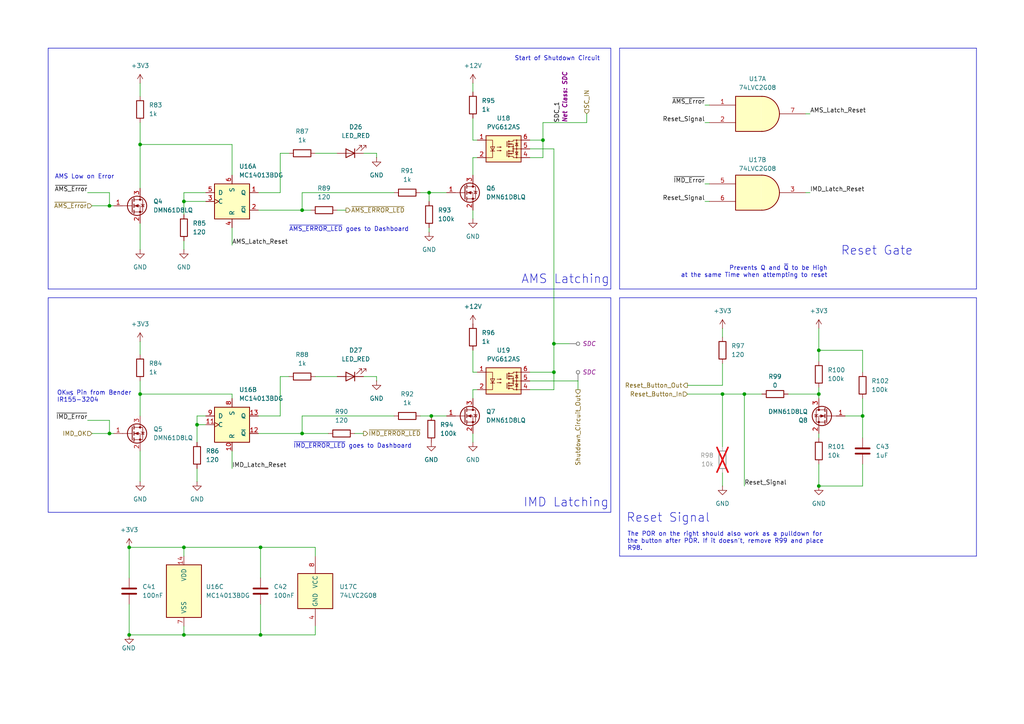
<source format=kicad_sch>
(kicad_sch (version 20231120) (generator "eeschema") (generator_version "8.0")
  (paper "A4")
  (lib_symbols
    (symbol "4xxx:4013" (pin_names (offset 1.016))
      (property "Reference" "U" (at -7.62 8.89 0))
      (property "Value" "4013" (at -7.62 -8.89 0))
      (symbol "4013_1_1"
        (rectangle (start -5.08 5.08) (end 5.08 -5.08) (stroke (width 0.254)) (fill (type background)))
        (pin output line (at 7.62 2.54 180) (length 2.54) (name "Q") (number "1"))
        (pin output line (at 7.62 -2.54 180) (length 2.54) (name "~{Q}") (number "2"))
        (pin input clock (at -7.62 0 0) (length 2.54) (name "C") (number "3"))
        (pin input line (at 0 -7.62 90) (length 2.54) (name "R") (number "4"))
        (pin input line (at -7.62 2.54 0) (length 2.54) (name "D") (number "5"))
        (pin input line (at 0 7.62 270) (length 2.54) (name "S") (number "6"))
      )
      (symbol "4013_2_1"
        (rectangle (start -5.08 5.08) (end 5.08 -5.08) (stroke (width 0.254)) (fill (type background)))
        (pin input line (at 0 -7.62 90) (length 2.54) (name "R") (number "10"))
        (pin input clock (at -7.62 0 0) (length 2.54) (name "C") (number "11"))
        (pin output line (at 7.62 -2.54 180) (length 2.54) (name "~{Q}") (number "12"))
        (pin output line (at 7.62 2.54 180) (length 2.54) (name "Q") (number "13"))
        (pin input line (at 0 7.62 270) (length 2.54) (name "S") (number "8"))
        (pin input line (at -7.62 2.54 0) (length 2.54) (name "D") (number "9"))
      )
      (symbol "4013_3_0"
        (pin power_in line (at 0 10.16 270) (length 2.54) (name "VDD") (number "14"))
        (pin power_in line (at 0 -10.16 90) (length 2.54) (name "VSS") (number "7"))
      )
      (symbol "4013_3_1"
        (rectangle (start -5.08 7.62) (end 5.08 -7.62) (stroke (width 0.254)) (fill (type background)))
      )
    )
    (symbol "74xGxx:74LVC2G08"
      (property "Reference" "U" (at -10.16 7.62 0))
      (property "Value" "74LVC2G08" (at -10.16 -7.62 0))
      (symbol "74LVC2G08_1_1"
        (arc (start 0 -5.08) (mid 5.0579 0) (end 0 5.08) (stroke (width 0.254)) (fill (type background)))
        (polyline (pts (xy 0 -5.08) (xy -7.62 -5.08) (xy -7.62 5.08) (xy 0 5.08)) (stroke (width 0.254)) (fill (type background)))
        (pin input line (at -15.24 2.54 0) (length 7.62) (name "~") (number "1"))
        (pin input line (at -15.24 -2.54 0) (length 7.62) (name "~") (number "2"))
        (pin output line (at 12.7 0 180) (length 7.62) (name "~") (number "7"))
      )
      (symbol "74LVC2G08_2_1"
        (arc (start 0 -5.08) (mid 5.0579 0) (end 0 5.08) (stroke (width 0.254)) (fill (type background)))
        (polyline (pts (xy 0 -5.08) (xy -7.62 -5.08) (xy -7.62 5.08) (xy 0 5.08)) (stroke (width 0.254)) (fill (type background)))
        (pin output line (at 12.7 0 180) (length 7.62) (name "~") (number "3"))
        (pin input line (at -15.24 2.54 0) (length 7.62) (name "~") (number "5"))
        (pin input line (at -15.24 -2.54 0) (length 7.62) (name "~") (number "6"))
      )
      (symbol "74LVC2G08_3_0"
        (rectangle (start -5.08 -5.08) (end 5.08 5.08) (stroke (width 0.254)) (fill (type background)))
      )
      (symbol "74LVC2G08_3_1"
        (pin power_in line (at 0 -10.16 90) (length 5.08) (name "GND") (number "4"))
        (pin power_in line (at 0 10.16 270) (length 5.08) (name "VCC") (number "8"))
      )
    )
    (symbol "Device:C" (pin_numbers hide) (pin_names (offset 0.254))
      (property "Reference" "C" (at 0.635 2.54 0))
      (property "Value" "C" (at 0.635 -2.54 0))
      (symbol "C_0_1"
        (polyline (pts (xy -2.032 -0.762) (xy 2.032 -0.762)) (stroke (width 0.508)))
        (polyline (pts (xy -2.032 0.762) (xy 2.032 0.762)) (stroke (width 0.508)))
      )
      (symbol "C_1_1"
        (pin passive line (at 0 3.81 270) (length 2.794) (name "~") (number "1"))
        (pin passive line (at 0 -3.81 90) (length 2.794) (name "~") (number "2"))
      )
    )
    (symbol "Device:LED" (pin_numbers hide) (pin_names (offset 1.016) hide)
      (property "Reference" "D" (at 0 2.54 0))
      (property "Value" "LED" (at 0 -2.54 0))
      (symbol "LED_0_1"
        (polyline (pts (xy -1.27 -1.27) (xy -1.27 1.27)) (stroke (width 0.254)))
        (polyline (pts (xy -1.27 0) (xy 1.27 0)))
        (polyline (pts (xy 1.27 -1.27) (xy 1.27 1.27) (xy -1.27 0) (xy 1.27 -1.27)) (stroke (width 0.254)))
        (polyline (pts (xy -3.048 -0.762) (xy -4.572 -2.286) (xy -3.81 -2.286) (xy -4.572 -2.286) (xy -4.572 -1.524)))
        (polyline (pts (xy -1.778 -0.762) (xy -3.302 -2.286) (xy -2.54 -2.286) (xy -3.302 -2.286) (xy -3.302 -1.524)))
      )
      (symbol "LED_1_1"
        (pin passive line (at -3.81 0 0) (length 2.54) (name "K") (number "1"))
        (pin passive line (at 3.81 0 180) (length 2.54) (name "A") (number "2"))
      )
    )
    (symbol "Device:R" (pin_numbers hide) (pin_names (offset 0))
      (property "Reference" "R" (at 2.032 0 90))
      (property "Value" "R" (at 0 0 90))
      (symbol "R_0_1"
        (rectangle (start -1.016 -2.54) (end 1.016 2.54) (stroke (width 0.254)))
      )
      (symbol "R_1_1"
        (pin passive line (at 0 3.81 270) (length 1.27) (name "~") (number "1"))
        (pin passive line (at 0 -3.81 90) (length 1.27) (name "~") (number "2"))
      )
    )
    (symbol "FaSTTUBe_Power-Switches:PVG612AS"
      (property "Reference" "U" (at -3.81 5.08 0))
      (property "Value" "PVG612AS" (at 0 -5.08 0))
      (symbol "PVG612AS_0_1"
        (rectangle (start -5.08 3.81) (end 5.08 -3.81) (stroke (width 0.254)) (fill (type background)))
        (polyline (pts (xy -3.81 -0.635) (xy -2.54 -0.635)))
        (polyline (pts (xy 1.016 -0.635) (xy 1.016 -2.159)) (stroke (width 0.2032)))
        (polyline (pts (xy 1.016 2.159) (xy 1.016 0.635)) (stroke (width 0.2032)))
        (polyline (pts (xy 1.524 -0.508) (xy 1.524 -0.762)) (stroke (width 0.3556)))
        (polyline (pts (xy 2.794 0) (xy 5.08 0)))
        (polyline (pts (xy 3.429 -1.651) (xy 4.191 -1.651)))
        (polyline (pts (xy 3.429 1.651) (xy 4.191 1.651)))
        (polyline (pts (xy 3.81 -2.54) (xy 3.81 2.54)))
        (polyline (pts (xy 1.524 -2.032) (xy 1.524 -2.286) (xy 1.524 -2.286)) (stroke (width 0.3556)))
        (polyline (pts (xy 1.524 -1.27) (xy 1.524 -1.524) (xy 1.524 -1.524)) (stroke (width 0.3556)))
        (polyline (pts (xy 1.524 0.762) (xy 1.524 0.508) (xy 1.524 0.508)) (stroke (width 0.3556)))
        (polyline (pts (xy 1.524 1.524) (xy 1.524 1.27) (xy 1.524 1.27)) (stroke (width 0.3556)))
        (polyline (pts (xy 1.524 2.286) (xy 1.524 2.032) (xy 1.524 2.032)) (stroke (width 0.3556)))
        (polyline (pts (xy 1.651 -1.397) (xy 2.794 -1.397) (xy 2.794 -0.635)))
        (polyline (pts (xy 1.651 1.397) (xy 2.794 1.397) (xy 2.794 0.635)))
        (polyline (pts (xy -5.08 2.54) (xy -3.175 2.54) (xy -3.175 -2.54) (xy -5.08 -2.54)))
        (polyline (pts (xy -3.175 -0.635) (xy -3.81 0.635) (xy -2.54 0.635) (xy -3.175 -0.635)))
        (polyline (pts (xy 1.651 -2.159) (xy 2.794 -2.159) (xy 2.794 -2.54) (xy 5.08 -2.54)))
        (polyline (pts (xy 1.651 -0.635) (xy 2.794 -0.635) (xy 2.794 0.635) (xy 1.651 0.635)))
        (polyline (pts (xy 1.651 2.159) (xy 2.794 2.159) (xy 2.794 2.54) (xy 5.08 2.54)))
        (polyline (pts (xy 1.778 -1.397) (xy 2.286 -1.27) (xy 2.286 -1.524) (xy 1.778 -1.397)))
        (polyline (pts (xy 1.778 1.397) (xy 2.286 1.524) (xy 2.286 1.27) (xy 1.778 1.397)))
        (polyline (pts (xy 3.81 -1.651) (xy 3.429 -0.889) (xy 4.191 -0.889) (xy 3.81 -1.651)))
        (polyline (pts (xy 3.81 1.651) (xy 3.429 0.889) (xy 4.191 0.889) (xy 3.81 1.651)))
        (polyline (pts (xy -1.905 -0.508) (xy -0.635 -0.508) (xy -1.016 -0.635) (xy -1.016 -0.381) (xy -0.635 -0.508)))
        (polyline (pts (xy -1.905 0.508) (xy -0.635 0.508) (xy -1.016 0.381) (xy -1.016 0.635) (xy -0.635 0.508)))
        (circle (center 2.794 -0.635) (radius 0.127))
        (circle (center 2.794 0) (radius 0.127))
        (circle (center 2.794 0.635) (radius 0.127))
        (circle (center 3.81 -2.54) (radius 0.127))
        (circle (center 3.81 0) (radius 0.127))
        (circle (center 3.81 2.54) (radius 0.127))
      )
      (symbol "PVG612AS_1_1"
        (pin passive line (at -7.62 2.54 0) (length 2.54) (name "~") (number "1"))
        (pin passive line (at -7.62 -2.54 0) (length 2.54) (name "~") (number "2"))
        (pin no_connect line (at -5.08 0 0) (length 2.54) hide (name "~") (number "3"))
        (pin passive line (at 7.62 -2.54 180) (length 2.54) (name "~") (number "4"))
        (pin passive line (at 7.62 0 180) (length 2.54) (name "~") (number "5"))
        (pin passive line (at 7.62 2.54 180) (length 2.54) (name "~") (number "6"))
      )
    )
    (symbol "Transistor_FET:DMN61D8LQ" (pin_names hide)
      (property "Reference" "Q" (at 5.08 1.905 0))
      (property "Value" "DMN61D8LQ" (at 5.08 0 0))
      (symbol "DMN61D8LQ_0_1"
        (polyline (pts (xy 0.254 0) (xy -2.54 0)))
        (polyline (pts (xy 0.254 1.905) (xy 0.254 -1.905)) (stroke (width 0.254)))
        (polyline (pts (xy 0.762 -1.27) (xy 0.762 -2.286)) (stroke (width 0.254)))
        (polyline (pts (xy 0.762 0.508) (xy 0.762 -0.508)) (stroke (width 0.254)))
        (polyline (pts (xy 0.762 2.286) (xy 0.762 1.27)) (stroke (width 0.254)))
        (polyline (pts (xy 2.54 2.54) (xy 2.54 1.778)))
        (polyline (pts (xy 2.54 -2.54) (xy 2.54 0) (xy 0.762 0)))
        (polyline (pts (xy 0.762 -1.778) (xy 3.302 -1.778) (xy 3.302 1.778) (xy 0.762 1.778)))
        (polyline (pts (xy 1.016 0) (xy 2.032 0.381) (xy 2.032 -0.381) (xy 1.016 0)) (fill (type outline)))
        (polyline (pts (xy 2.794 0.508) (xy 2.921 0.381) (xy 3.683 0.381) (xy 3.81 0.254)))
        (polyline (pts (xy 3.302 0.381) (xy 2.921 -0.254) (xy 3.683 -0.254) (xy 3.302 0.381)))
        (circle (center 1.651 0) (radius 2.794) (stroke (width 0.254)))
        (circle (center 2.54 -1.778) (radius 0.254) (fill (type outline)))
        (circle (center 2.54 1.778) (radius 0.254) (fill (type outline)))
      )
      (symbol "DMN61D8LQ_1_1"
        (pin input line (at -5.08 0 0) (length 2.54) (name "G") (number "1"))
        (pin passive line (at 2.54 -5.08 90) (length 2.54) (name "S") (number "2"))
        (pin passive line (at 2.54 5.08 270) (length 2.54) (name "D") (number "3"))
      )
    )
    (symbol "power:+12V" (power) (pin_numbers hide) (pin_names (offset 0) hide)
      (property "Value" "+12V" (at 0 3.556 0))
      (symbol "+12V_0_1"
        (polyline (pts (xy -0.762 1.27) (xy 0 2.54)))
        (polyline (pts (xy 0 0) (xy 0 2.54)))
        (polyline (pts (xy 0 2.54) (xy 0.762 1.27)))
      )
      (symbol "+12V_1_1"
        (pin power_in line (at 0 0 90) (length 0) (name "~") (number "1"))
      )
    )
    (symbol "power:+3V3" (power) (pin_numbers hide) (pin_names (offset 0) hide)
      (property "Value" "+3V3" (at 0 3.556 0))
      (symbol "+3V3_0_1"
        (polyline (pts (xy -0.762 1.27) (xy 0 2.54)))
        (polyline (pts (xy 0 0) (xy 0 2.54)))
        (polyline (pts (xy 0 2.54) (xy 0.762 1.27)))
      )
      (symbol "+3V3_1_1"
        (pin power_in line (at 0 0 90) (length 0) (name "~") (number "1"))
      )
    )
    (symbol "power:GND" (power) (pin_numbers hide) (pin_names (offset 0) hide)
      (property "Value" "GND" (at 0 -3.81 0))
      (symbol "GND_0_1"
        (polyline (pts (xy 0 0) (xy 0 -1.27) (xy 1.27 -1.27) (xy 0 -2.54) (xy -1.27 -1.27) (xy 0 -1.27)))
      )
      (symbol "GND_1_1"
        (pin power_in line (at 0 0 270) (length 0) (name "~") (number "1"))
      )
    )
  )
  (junction (at 215.9 114.3))
  (junction (at 57.15 123.19))
  (junction (at 40.64 114.3))
  (junction (at 75.565 184.15))
  (junction (at 157.48 40.64))
  (junction (at 237.49 140.97))
  (junction (at 53.34 184.15))
  (junction (at 160.655 107.95))
  (junction (at 31.75 59.69))
  (junction (at 237.49 114.3))
  (junction (at 53.34 58.42))
  (junction (at 31.75 125.73))
  (junction (at 125.095 120.65))
  (junction (at 37.465 184.15))
  (junction (at 160.655 99.695))
  (junction (at 87.63 125.73))
  (junction (at 209.55 114.3))
  (junction (at 40.64 41.91))
  (junction (at 37.465 158.75))
  (junction (at 75.565 158.75))
  (junction (at 124.46 55.88))
  (junction (at 250.19 120.65))
  (junction (at 53.34 158.75))
  (junction (at 87.63 60.96))
  (junction (at 237.49 101.6))
  (wire (pts (xy 25.4 55.88) (xy 31.75 55.88)))
  (wire (pts (xy 250.19 120.65) (xy 245.11 120.65)))
  (wire (pts (xy 125.095 120.65) (xy 129.54 120.65)))
  (wire (pts (xy 40.64 24.13) (xy 40.64 27.94)))
  (wire (pts (xy 170.18 33.02) (xy 170.18 35.56)))
  (wire (pts (xy 75.565 184.15) (xy 91.44 184.15)))
  (wire (pts (xy 157.48 40.64) (xy 157.48 45.72)))
  (polyline (pts (xy 283.21 161.29) (xy 283.21 86.36)))
  (polyline (pts (xy 179.705 161.29) (xy 283.21 161.29)))
  (wire (pts (xy 105.41 44.45) (xy 109.22 44.45)))
  (polyline (pts (xy 177.165 86.36) (xy 177.165 148.59)))
  (polyline (pts (xy 13.97 83.82) (xy 13.97 13.97)))
  (wire (pts (xy 250.19 120.65) (xy 250.19 127)))
  (wire (pts (xy 137.16 115.57) (xy 137.16 113.03)))
  (wire (pts (xy 204.47 30.48) (xy 205.74 30.48)))
  (wire (pts (xy 75.565 158.75) (xy 91.44 158.75)))
  (wire (pts (xy 160.655 99.695) (xy 165.1 99.695)))
  (wire (pts (xy 237.49 112.395) (xy 237.49 114.3)))
  (wire (pts (xy 233.68 33.02) (xy 234.95 33.02)))
  (wire (pts (xy 114.3 55.88) (xy 87.63 55.88)))
  (wire (pts (xy 160.655 107.95) (xy 160.655 113.03)))
  (wire (pts (xy 87.63 120.65) (xy 87.63 125.73)))
  (wire (pts (xy 40.64 64.77) (xy 40.64 72.39)))
  (wire (pts (xy 67.31 41.91) (xy 67.31 50.8)))
  (polyline (pts (xy 179.705 83.82) (xy 283.21 83.82)))
  (wire (pts (xy 204.47 53.34) (xy 205.74 53.34)))
  (wire (pts (xy 40.64 110.49) (xy 40.64 114.3)))
  (wire (pts (xy 40.64 99.06) (xy 40.64 102.87)))
  (wire (pts (xy 215.9 114.3) (xy 220.98 114.3)))
  (wire (pts (xy 138.43 107.95) (xy 137.16 107.95)))
  (wire (pts (xy 57.15 135.89) (xy 57.15 139.7)))
  (wire (pts (xy 109.22 109.22) (xy 109.22 110.49)))
  (wire (pts (xy 199.39 111.76) (xy 209.55 111.76)))
  (wire (pts (xy 37.465 158.75) (xy 37.465 167.64)))
  (wire (pts (xy 250.19 101.6) (xy 250.19 107.95)))
  (wire (pts (xy 53.34 62.23) (xy 53.34 58.42)))
  (wire (pts (xy 91.44 181.61) (xy 91.44 184.15)))
  (wire (pts (xy 75.565 175.26) (xy 75.565 184.15)))
  (wire (pts (xy 237.49 127) (xy 237.49 125.73)))
  (wire (pts (xy 237.49 140.97) (xy 250.19 140.97)))
  (wire (pts (xy 74.93 55.88) (xy 81.28 55.88)))
  (wire (pts (xy 91.44 158.75) (xy 91.44 161.29)))
  (wire (pts (xy 40.64 35.56) (xy 40.64 41.91)))
  (polyline (pts (xy 13.97 13.97) (xy 177.165 13.97)))
  (wire (pts (xy 53.34 58.42) (xy 59.69 58.42)))
  (wire (pts (xy 91.44 109.22) (xy 97.79 109.22)))
  (wire (pts (xy 157.48 45.72) (xy 153.67 45.72)))
  (wire (pts (xy 137.16 45.72) (xy 138.43 45.72)))
  (wire (pts (xy 114.3 120.65) (xy 87.63 120.65)))
  (wire (pts (xy 74.93 125.73) (xy 87.63 125.73)))
  (polyline (pts (xy 13.97 148.59) (xy 13.97 86.36)))
  (wire (pts (xy 105.41 109.22) (xy 109.22 109.22)))
  (wire (pts (xy 215.9 114.3) (xy 215.9 140.97)))
  (wire (pts (xy 204.47 35.56) (xy 205.74 35.56)))
  (wire (pts (xy 97.79 60.96) (xy 100.33 60.96)))
  (wire (pts (xy 137.16 60.96) (xy 137.16 63.5)))
  (wire (pts (xy 109.22 44.45) (xy 109.22 45.72)))
  (wire (pts (xy 37.465 158.75) (xy 53.34 158.75)))
  (wire (pts (xy 31.75 55.88) (xy 31.75 59.69)))
  (wire (pts (xy 53.34 184.15) (xy 75.565 184.15)))
  (wire (pts (xy 167.64 113.03) (xy 167.64 110.49)))
  (wire (pts (xy 87.63 60.96) (xy 90.17 60.96)))
  (polyline (pts (xy 179.705 86.36) (xy 283.21 86.36)))
  (wire (pts (xy 233.68 55.88) (xy 234.95 55.88)))
  (wire (pts (xy 137.16 40.64) (xy 137.16 34.29)))
  (polyline (pts (xy 177.165 83.82) (xy 13.97 83.82)))
  (wire (pts (xy 199.39 114.3) (xy 209.55 114.3)))
  (wire (pts (xy 74.93 60.96) (xy 87.63 60.96)))
  (wire (pts (xy 137.16 125.73) (xy 137.16 128.27)))
  (wire (pts (xy 160.655 99.695) (xy 160.655 107.95)))
  (wire (pts (xy 81.28 44.45) (xy 83.82 44.45)))
  (wire (pts (xy 53.34 69.85) (xy 53.34 72.39)))
  (wire (pts (xy 87.63 125.73) (xy 95.25 125.73)))
  (wire (pts (xy 121.92 120.65) (xy 125.095 120.65)))
  (wire (pts (xy 102.87 125.73) (xy 105.41 125.73)))
  (wire (pts (xy 138.43 40.64) (xy 137.16 40.64)))
  (wire (pts (xy 124.46 66.04) (xy 124.46 67.31)))
  (wire (pts (xy 53.34 158.75) (xy 75.565 158.75)))
  (wire (pts (xy 57.15 120.65) (xy 59.69 120.65)))
  (wire (pts (xy 40.64 114.3) (xy 40.64 120.65)))
  (polyline (pts (xy 283.21 13.97) (xy 179.705 13.97)))
  (polyline (pts (xy 13.97 86.36) (xy 177.165 86.36)))
  (wire (pts (xy 124.46 55.88) (xy 124.46 58.42)))
  (wire (pts (xy 26.67 125.73) (xy 31.75 125.73)))
  (wire (pts (xy 31.75 59.69) (xy 33.02 59.69)))
  (wire (pts (xy 153.67 43.18) (xy 160.655 43.18)))
  (wire (pts (xy 250.19 140.97) (xy 250.19 134.62)))
  (wire (pts (xy 237.49 95.25) (xy 237.49 101.6)))
  (wire (pts (xy 67.31 41.91) (xy 40.64 41.91)))
  (polyline (pts (xy 177.165 148.59) (xy 13.97 148.59)))
  (wire (pts (xy 81.28 109.22) (xy 83.82 109.22)))
  (wire (pts (xy 160.655 107.95) (xy 153.67 107.95)))
  (wire (pts (xy 75.565 158.75) (xy 75.565 167.64)))
  (wire (pts (xy 53.34 55.88) (xy 59.69 55.88)))
  (wire (pts (xy 160.655 43.18) (xy 160.655 99.695)))
  (wire (pts (xy 40.64 130.81) (xy 40.64 139.7)))
  (wire (pts (xy 57.15 123.19) (xy 59.69 123.19)))
  (wire (pts (xy 160.655 113.03) (xy 153.67 113.03)))
  (wire (pts (xy 53.34 158.75) (xy 53.34 161.29)))
  (wire (pts (xy 37.465 175.26) (xy 37.465 184.15)))
  (wire (pts (xy 31.75 121.92) (xy 31.75 125.73)))
  (wire (pts (xy 67.31 114.3) (xy 67.31 115.57)))
  (wire (pts (xy 237.49 134.62) (xy 237.49 140.97)))
  (wire (pts (xy 57.15 123.19) (xy 57.15 128.27)))
  (wire (pts (xy 204.47 58.42) (xy 205.74 58.42)))
  (wire (pts (xy 37.465 184.15) (xy 53.34 184.15)))
  (wire (pts (xy 209.55 111.76) (xy 209.55 105.41)))
  (wire (pts (xy 137.16 50.8) (xy 137.16 45.72)))
  (wire (pts (xy 40.64 114.3) (xy 67.31 114.3)))
  (wire (pts (xy 167.64 110.49) (xy 153.67 110.49)))
  (wire (pts (xy 40.64 41.91) (xy 40.64 54.61)))
  (wire (pts (xy 137.16 24.13) (xy 137.16 26.67)))
  (wire (pts (xy 209.55 137.16) (xy 209.55 140.97)))
  (wire (pts (xy 157.48 35.56) (xy 157.48 40.64)))
  (wire (pts (xy 74.93 120.65) (xy 81.28 120.65)))
  (wire (pts (xy 87.63 55.88) (xy 87.63 60.96)))
  (polyline (pts (xy 283.21 13.97) (xy 283.21 83.82)))
  (wire (pts (xy 57.15 120.65) (xy 57.15 123.19)))
  (wire (pts (xy 209.55 95.25) (xy 209.55 97.79)))
  (wire (pts (xy 31.75 125.73) (xy 33.02 125.73)))
  (wire (pts (xy 137.16 107.95) (xy 137.16 101.6)))
  (wire (pts (xy 26.67 59.69) (xy 31.75 59.69)))
  (wire (pts (xy 25.4 121.92) (xy 31.75 121.92)))
  (wire (pts (xy 157.48 40.64) (xy 153.67 40.64)))
  (wire (pts (xy 67.31 66.04) (xy 67.31 71.12)))
  (wire (pts (xy 209.55 114.3) (xy 215.9 114.3)))
  (wire (pts (xy 237.49 114.3) (xy 237.49 115.57)))
  (wire (pts (xy 121.92 55.88) (xy 124.46 55.88)))
  (wire (pts (xy 81.28 55.88) (xy 81.28 44.45)))
  (wire (pts (xy 237.49 101.6) (xy 237.49 104.775)))
  (wire (pts (xy 250.19 115.57) (xy 250.19 120.65)))
  (wire (pts (xy 137.16 113.03) (xy 138.43 113.03)))
  (wire (pts (xy 228.6 114.3) (xy 237.49 114.3)))
  (wire (pts (xy 81.28 120.65) (xy 81.28 109.22)))
  (wire (pts (xy 67.31 130.81) (xy 67.31 135.89)))
  (polyline (pts (xy 179.705 86.36) (xy 179.705 161.29)))
  (wire (pts (xy 157.48 35.56) (xy 170.18 35.56)))
  (polyline (pts (xy 177.165 13.97) (xy 177.165 83.82)))
  (wire (pts (xy 53.34 181.61) (xy 53.34 184.15)))
  (wire (pts (xy 53.34 58.42) (xy 53.34 55.88)))
  (wire (pts (xy 91.44 44.45) (xy 97.79 44.45)))
  (wire (pts (xy 124.46 55.88) (xy 129.54 55.88)))
  (wire (pts (xy 250.19 101.6) (xy 237.49 101.6)))
  (polyline (pts (xy 179.705 13.97) (xy 179.705 83.82)))
  (wire (pts (xy 209.55 114.3) (xy 209.55 129.54)))
  (text_box "The POR on the right should also work as a pulldown for the button after POR. If it doesn't, remove R99 and place R98." (at 180.975 153.035 0) (size 59.69 7.62) (stroke (width -0.0001)) (effects (font (size 1.27 1.27)) (justify left top)))
  (text "AMS Latching" (at 151.13 82.55 0) (effects (font (size 2.54 2.54)) (justify left bottom)))
  (text "Prevents Q and ~{Q} to be High\nat the same Time when attempting to reset" (at 240.03 80.645 0) (effects (font (size 1.27 1.27)) (justify right bottom)))
  (text "AMS Low on Error" (at 15.875 52.07 0) (effects (font (size 1.27 1.27)) (justify left bottom)))
  (text "~{IMD_ERROR_LED} goes to Dashboard" (at 85.09 130.175 0) (effects (font (size 1.27 1.27)) (justify left bottom)))
  (text "~{AMS_ERROR_LED} goes to Dashboard" (at 83.82 67.31 0) (effects (font (size 1.27 1.27)) (justify left bottom)))
  (text "Reset Gate\n" (at 243.84 74.295 0) (effects (font (size 2.54 2.54)) (justify left bottom)))
  (text "Start of Shutdown Circuit" (at 149.225 17.78 0) (effects (font (size 1.27 1.27)) (justify left bottom)))
  (text "OK_{HS} Pin from Bender\nIR155-3204" (at 16.51 116.84 0) (effects (font (size 1.27 1.27)) (justify left bottom)))
  (text "Reset Signal" (at 181.61 151.765 0) (effects (font (size 2.54 2.54)) (justify left bottom)))
  (text "IMD Latching" (at 151.765 147.32 0) (effects (font (size 2.54 2.54)) (justify left bottom)))
  (label "~{IMD_Error}" (at 25.4 121.92 180))
  (label "~{AMS_Error}" (at 204.47 30.48 180))
  (label "SDC_1" (at 162.56 35.56 90) (property "Netclass" "SDC" (at 163.83 35.56 90) (show_name yes) (effects (font (bold yes) (italic yes)) (justify left))))
  (label "~{AMS_Error}" (at 25.4 55.88 180))
  (label "Reset_Signal" (at 204.47 35.56 180))
  (label "~{IMD_Error}" (at 204.47 53.34 180))
  (label "IMD_Latch_Reset" (at 234.95 55.88 0))
  (label "AMS_Latch_Reset" (at 67.31 71.12 0))
  (label "Reset_Signal" (at 204.47 58.42 180))
  (label "IMD_Latch_Reset" (at 67.31 135.89 0))
  (label "Reset_Signal" (at 215.9 140.97 0))
  (label "AMS_Latch_Reset" (at 234.95 33.02 0))
  (hierarchical_label "Reset_Button_In" (shape input) (at 199.39 114.3 180))
  (hierarchical_label "IMD_OK" (shape input) (at 26.67 125.73 180))
  (hierarchical_label "Reset_Button_Out" (shape output) (at 199.39 111.76 180))
  (hierarchical_label "~{AMS_Error}" (shape input) (at 26.67 59.69 180))
  (hierarchical_label "SC_IN" (shape input) (at 170.18 33.02 90))
  (hierarchical_label "~{AMS_ERROR_LED}" (shape output) (at 100.33 60.96 0))
  (hierarchical_label "~{IMD_ERROR_LED}" (shape output) (at 105.41 125.73 0))
  (hierarchical_label "Shutdown_Circuit_Out" (shape output) (at 167.64 113.03 270))
  (netclass_flag "" (length 2.54) (shape round) (at 167.64 110.49 0) (property "Netclass" "SDC" (at 168.91 107.95 0) (effects (font (italic yes)) (justify left))))
  (netclass_flag "" (length 2.54) (shape round) (at 165.1 99.695 270) (property "Netclass" "SDC" (at 168.91 99.695 0) (effects (font (italic yes)) (justify left))))
  (symbol (lib_id "Device:R") (at 124.46 62.23 0) (unit 1)
    (property "Reference" "R93" (at 127 60.9599 0) (effects (justify left)))
    (property "Value" "100k" (at 127 63.4999 0) (effects (justify left)))
    (property "Footprint" "Resistor_SMD:R_0603_1608Metric" (effects (hide yes)))
    (property "Description" "Resistor" (effects (hide yes)))
  )
  (symbol (lib_id "4xxx:4013") (at 67.31 123.19 0) (unit 2)
    (property "Reference" "U16" (at 69.3294 113.03 0) (effects (justify left)))
    (property "Value" "MC14013BDG" (at 69.3294 115.57 0) (effects (justify left)))
    (property "Footprint" "Package_SO:SOIC-14_3.9x8.7mm_P1.27mm" (effects (hide yes)))
    (property "Datasheet" "http://www.onsemi.com/pub/Collateral/MC14013B-D.PDF" (effects (hide yes)))
    (property "Description" "Dual D  FlipFlop, Set & reset" (effects (hide yes)))
  )
  (symbol (lib_id "power:GND") (at 37.465 184.15 0) (unit 1)
    (property "Reference" "#PWR087" (effects (hide yes)))
    (property "Value" "GND" (at 39.37 187.96 0) (effects (justify right)))
    (property "Description" "Power symbol creates a global label with name \"GND\" , ground" (effects (hide yes)))
  )
  (symbol (lib_id "power:GND") (at 109.22 45.72 0) (unit 1)
    (property "Reference" "#PWR094" (effects (hide yes)))
    (property "Value" "GND" (at 109.22 50.8 0))
    (property "Description" "Power symbol creates a global label with name \"GND\" , ground" (effects (hide yes)))
  )
  (symbol (lib_id "power:GND") (at 124.46 67.31 0) (unit 1)
    (property "Reference" "#PWR096" (effects (hide yes)))
    (property "Value" "GND" (at 124.46 72.39 0))
    (property "Description" "Power symbol creates a global label with name \"GND\" , ground" (effects (hide yes)))
  )
  (symbol (lib_id "Device:R") (at 40.64 31.75 0) (unit 1)
    (property "Reference" "R83" (at 43.18 30.4799 0) (effects (justify left)))
    (property "Value" "1k" (at 43.18 33.0199 0) (effects (justify left)))
    (property "Footprint" "Resistor_SMD:R_0603_1608Metric" (effects (hide yes)))
    (property "Description" "Resistor" (effects (hide yes)))
  )
  (symbol (lib_id "power:+3V3") (at 237.49 95.25 0) (mirror y) (unit 1)
    (property "Reference" "#PWR0104" (effects (hide yes)))
    (property "Value" "+3V3" (at 237.49 90.17 0))
    (property "Description" "Power symbol creates a global label with name \"+3V3\"" (effects (hide yes)))
  )
  (symbol (lib_id "power:+12V") (at 137.16 24.13 0) (unit 1)
    (property "Reference" "#PWR098" (effects (hide yes)))
    (property "Value" "+12V" (at 137.16 19.05 0))
    (property "Description" "Power symbol creates a global label with name \"+12V\"" (effects (hide yes)))
  )
  (symbol (lib_id "Transistor_FET:DMN61D8LQ") (at 240.03 120.65 0) (mirror y) (unit 1)
    (property "Reference" "Q8" (at 234.315 121.9201 0) (effects (justify left)))
    (property "Value" "DMN61D8LQ" (at 234.315 119.3801 0) (effects (justify left)))
    (property "Footprint" "Package_TO_SOT_SMD:SOT-23" (effects (hide yes)))
    (property "Datasheet" "https://www.diodes.com/assets/Datasheets/DMN61D8LQ.pdf" (effects (hide yes)))
    (property "Description" "60V Vds, 0.470A Id, N-Channel MOSFET for switching inductive loads , SOT-23" (effects (hide yes)))
  )
  (symbol (lib_id "power:GND") (at 137.16 128.27 0) (unit 1)
    (property "Reference" "#PWR0101" (effects (hide yes)))
    (property "Value" "GND" (at 137.16 133.35 0))
    (property "Description" "Power symbol creates a global label with name \"GND\" , ground" (effects (hide yes)))
  )
  (symbol (lib_id "power:GND") (at 57.15 139.7 0) (unit 1)
    (property "Reference" "#PWR093" (effects (hide yes)))
    (property "Value" "GND" (at 57.15 144.78 0))
    (property "Description" "Power symbol creates a global label with name \"GND\" , ground" (effects (hide yes)))
  )
  (symbol (lib_id "FaSTTUBe_Power-Switches:PVG612AS") (at 146.05 110.49 0) (unit 1)
    (property "Reference" "U19" (at 146.05 101.6 0))
    (property "Value" "PVG612AS" (at 146.05 104.14 0))
    (property "Footprint" "Package_DIP:SMDIP-6_W9.53mm" (effects (hide yes)))
    (property "Datasheet" "https://www.infineon.com/dgdl/Infineon-PVG612A-DataSheet-v01_00-EN.pdf?fileId=5546d462533600a401535683ca14293a" (effects (hide yes)))
    (property "Description" "Photo MOSFET optically coupled, 60VDC, 4A, 35mohm, Isolation 4000 VRMS, SMDIP-6" (effects (hide yes)))
  )
  (symbol (lib_id "Device:R") (at 237.49 108.585 0) (mirror y) (unit 1)
    (property "Reference" "R100" (at 240.03 107.315 0) (effects (justify right)))
    (property "Value" "100k" (at 240.03 109.855 0) (effects (justify right)))
    (property "Footprint" "Resistor_SMD:R_0603_1608Metric" (effects (hide yes)))
    (property "Description" "Resistor" (effects (hide yes)))
  )
  (symbol (lib_id "Transistor_FET:DMN61D8LQ") (at 38.1 59.69 0) (unit 1)
    (property "Reference" "Q4" (at 44.45 58.4199 0) (effects (justify left)))
    (property "Value" "DMN61D8LQ" (at 44.45 60.9599 0) (effects (justify left)))
    (property "Footprint" "Package_TO_SOT_SMD:SOT-23" (effects (hide yes)))
    (property "Datasheet" "https://www.diodes.com/assets/Datasheets/DMN61D8LQ.pdf" (effects (hide yes)))
    (property "Description" "60V Vds, 0.470A Id, N-Channel MOSFET for switching inductive loads , SOT-23" (effects (hide yes)))
  )
  (symbol (lib_id "Device:C") (at 250.19 130.81 0) (mirror y) (unit 1)
    (property "Reference" "C43" (at 254 129.54 0) (effects (justify right)))
    (property "Value" "1uF" (at 254 132.08 0) (effects (justify right)))
    (property "Footprint" "Capacitor_SMD:C_0805_2012Metric" (effects (hide yes)))
    (property "Description" "Unpolarized capacitor" (effects (hide yes)))
  )
  (symbol (lib_id "Device:LED") (at 101.6 44.45 180) (unit 1)
    (property "Reference" "D26" (at 103.1875 36.83 0))
    (property "Value" "LED_RED" (at 103.1875 39.37 0))
    (property "Footprint" "LED_SMD:LED_0603_1608Metric" (effects (hide yes)))
    (property "Description" "Light emitting diode" (effects (hide yes)))
  )
  (symbol (lib_id "power:+12V") (at 137.16 93.98 0) (unit 1)
    (property "Reference" "#PWR0100" (effects (hide yes)))
    (property "Value" "+12V" (at 137.16 88.9 0))
    (property "Description" "Power symbol creates a global label with name \"+12V\"" (effects (hide yes)))
  )
  (symbol (lib_id "power:GND") (at 125.095 128.27 0) (unit 1)
    (property "Reference" "#PWR097" (effects (hide yes)))
    (property "Value" "GND" (at 125.095 133.35 0))
    (property "Description" "Power symbol creates a global label with name \"GND\" , ground" (effects (hide yes)))
  )
  (symbol (lib_id "power:GND") (at 237.49 140.97 0) (mirror y) (unit 1)
    (property "Reference" "#PWR0105" (effects (hide yes)))
    (property "Value" "GND" (at 237.49 146.05 0))
    (property "Description" "Power symbol creates a global label with name \"GND\" , ground" (effects (hide yes)))
  )
  (symbol (lib_id "Device:C") (at 75.565 171.45 180) (unit 1)
    (property "Reference" "C42" (at 79.375 170.18 0) (effects (justify right)))
    (property "Value" "100nF" (at 79.375 172.72 0) (effects (justify right)))
    (property "Footprint" "Capacitor_SMD:C_0603_1608Metric" (effects (hide yes)))
    (property "Description" "Unpolarized capacitor" (effects (hide yes)))
  )
  (symbol (lib_id "power:+3V3") (at 37.465 158.75 0) (unit 1)
    (property "Reference" "#PWR086" (effects (hide yes)))
    (property "Value" "+3V3" (at 37.465 153.67 0))
    (property "Description" "Power symbol creates a global label with name \"+3V3\"" (effects (hide yes)))
  )
  (symbol (lib_id "Device:R") (at 53.34 66.04 0) (unit 1)
    (property "Reference" "R85" (at 55.88 64.7699 0) (effects (justify left)))
    (property "Value" "120" (at 55.88 67.3099 0) (effects (justify left)))
    (property "Footprint" "Resistor_SMD:R_0603_1608Metric" (effects (hide yes)))
    (property "Description" "Resistor" (effects (hide yes)))
  )
  (symbol (lib_id "Device:R") (at 250.19 111.76 0) (mirror y) (unit 1)
    (property "Reference" "R102" (at 252.73 110.49 0) (effects (justify right)))
    (property "Value" "100k" (at 252.73 113.03 0) (effects (justify right)))
    (property "Footprint" "Resistor_SMD:R_0603_1608Metric" (effects (hide yes)))
    (property "Description" "Resistor" (effects (hide yes)))
  )
  (symbol (lib_id "Device:R") (at 224.79 114.3 90) (mirror x) (unit 1)
    (property "Reference" "R99" (at 224.79 109.22 90))
    (property "Value" "0" (at 224.79 111.76 90))
    (property "Footprint" "Resistor_SMD:R_0603_1608Metric" (effects (hide yes)))
    (property "Description" "Resistor" (effects (hide yes)))
  )
  (symbol (lib_id "Transistor_FET:DMN61D8LQ") (at 134.62 55.88 0) (unit 1)
    (property "Reference" "Q6" (at 140.97 54.6099 0) (effects (justify left)))
    (property "Value" "DMN61D8LQ" (at 140.97 57.1499 0) (effects (justify left)))
    (property "Footprint" "Package_TO_SOT_SMD:SOT-23" (effects (hide yes)))
    (property "Datasheet" "https://www.diodes.com/assets/Datasheets/DMN61D8LQ.pdf" (effects (hide yes)))
    (property "Description" "60V Vds, 0.470A Id, N-Channel MOSFET for switching inductive loads , SOT-23" (effects (hide yes)))
  )
  (symbol (lib_id "Device:R") (at 99.06 125.73 90) (unit 1)
    (property "Reference" "R90" (at 99.06 119.38 90))
    (property "Value" "120" (at 99.06 121.92 90))
    (property "Footprint" "Resistor_SMD:R_0603_1608Metric" (effects (hide yes)))
    (property "Description" "Resistor" (effects (hide yes)))
  )
  (symbol (lib_id "power:GND") (at 137.16 63.5 0) (unit 1)
    (property "Reference" "#PWR099" (effects (hide yes)))
    (property "Value" "GND" (at 137.16 68.58 0))
    (property "Description" "Power symbol creates a global label with name \"GND\" , ground" (effects (hide yes)))
  )
  (symbol (lib_id "74xGxx:74LVC2G08") (at 91.44 171.45 0) (unit 3)
    (property "Reference" "U17" (at 98.425 170.1799 0) (effects (justify left)))
    (property "Value" "74LVC2G08" (at 98.425 172.7199 0) (effects (justify left)))
    (property "Footprint" "Package_SO:TSSOP-8_3x3mm_P0.65mm" (effects (hide yes)))
    (property "Datasheet" "http://www.ti.com/lit/sg/scyt129e/scyt129e.pdf" (effects (hide yes)))
    (property "Description" "Dual AND Gate, Low-Voltage CMOS" (effects (hide yes)))
  )
  (symbol (lib_id "power:GND") (at 109.22 110.49 0) (unit 1)
    (property "Reference" "#PWR095" (effects (hide yes)))
    (property "Value" "GND" (at 109.22 115.57 0))
    (property "Description" "Power symbol creates a global label with name \"GND\" , ground" (effects (hide yes)))
  )
  (symbol (lib_id "Device:R") (at 57.15 132.08 0) (unit 1)
    (property "Reference" "R86" (at 59.69 130.8099 0) (effects (justify left)))
    (property "Value" "120" (at 59.69 133.3499 0) (effects (justify left)))
    (property "Footprint" "Resistor_SMD:R_0603_1608Metric" (effects (hide yes)))
    (property "Description" "Resistor" (effects (hide yes)))
  )
  (symbol (lib_id "74xGxx:74LVC2G08") (at 220.98 55.88 0) (unit 2)
    (property "Reference" "U17" (at 219.6989 46.355 0))
    (property "Value" "74LVC2G08" (at 219.6989 48.895 0))
    (property "Footprint" "Package_SO:TSSOP-8_3x3mm_P0.65mm" (effects (hide yes)))
    (property "Datasheet" "http://www.ti.com/lit/sg/scyt129e/scyt129e.pdf" (effects (hide yes)))
    (property "Description" "Dual AND Gate, Low-Voltage CMOS" (effects (hide yes)))
  )
  (symbol (lib_id "Device:R") (at 40.64 106.68 0) (unit 1)
    (property "Reference" "R84" (at 43.18 105.4099 0) (effects (justify left)))
    (property "Value" "1k" (at 43.18 107.9499 0) (effects (justify left)))
    (property "Footprint" "Resistor_SMD:R_0603_1608Metric" (effects (hide yes)))
    (property "Description" "Resistor" (effects (hide yes)))
  )
  (symbol (lib_id "4xxx:4013") (at 53.34 171.45 0) (unit 3)
    (property "Reference" "U16" (at 59.69 170.1799 0) (effects (justify left)))
    (property "Value" "MC14013BDG" (at 59.69 172.7199 0) (effects (justify left)))
    (property "Footprint" "Package_SO:SOIC-14_3.9x8.7mm_P1.27mm" (effects (hide yes)))
    (property "Datasheet" "http://www.onsemi.com/pub/Collateral/MC14013B-D.PDF" (effects (hide yes)))
    (property "Description" "Dual D  FlipFlop, Set & reset" (effects (hide yes)))
  )
  (symbol (lib_id "Device:R") (at 87.63 109.22 90) (unit 1)
    (property "Reference" "R88" (at 87.63 102.87 90))
    (property "Value" "1k" (at 87.63 105.41 90))
    (property "Footprint" "Resistor_SMD:R_0603_1608Metric" (effects (hide yes)))
    (property "Description" "Resistor" (effects (hide yes)))
  )
  (symbol (lib_id "Device:R") (at 93.98 60.96 90) (unit 1)
    (property "Reference" "R89" (at 93.98 54.61 90))
    (property "Value" "120" (at 93.98 57.15 90))
    (property "Footprint" "Resistor_SMD:R_0603_1608Metric" (effects (hide yes)))
    (property "Description" "Resistor" (effects (hide yes)))
  )
  (symbol (lib_id "power:+3V3") (at 40.64 99.06 0) (unit 1)
    (property "Reference" "#PWR090" (effects (hide yes)))
    (property "Value" "+3V3" (at 40.64 93.98 0))
    (property "Description" "Power symbol creates a global label with name \"+3V3\"" (effects (hide yes)))
  )
  (symbol (lib_id "power:GND") (at 40.64 72.39 0) (unit 1)
    (property "Reference" "#PWR089" (effects (hide yes)))
    (property "Value" "GND" (at 40.64 77.47 0))
    (property "Description" "Power symbol creates a global label with name \"GND\" , ground" (effects (hide yes)))
  )
  (symbol (lib_id "Device:R") (at 209.55 101.6 0) (unit 1)
    (property "Reference" "R97" (at 212.09 100.3299 0) (effects (justify left)))
    (property "Value" "120" (at 212.09 102.8699 0) (effects (justify left)))
    (property "Footprint" "Resistor_SMD:R_0603_1608Metric" (effects (hide yes)))
    (property "Description" "Resistor" (effects (hide yes)))
  )
  (symbol (lib_id "Transistor_FET:DMN61D8LQ") (at 134.62 120.65 0) (unit 1)
    (property "Reference" "Q7" (at 140.97 119.3799 0) (effects (justify left)))
    (property "Value" "DMN61D8LQ" (at 140.97 121.9199 0) (effects (justify left)))
    (property "Footprint" "Package_TO_SOT_SMD:SOT-23" (effects (hide yes)))
    (property "Datasheet" "https://www.diodes.com/assets/Datasheets/DMN61D8LQ.pdf" (effects (hide yes)))
    (property "Description" "60V Vds, 0.470A Id, N-Channel MOSFET for switching inductive loads , SOT-23" (effects (hide yes)))
  )
  (symbol (lib_id "Device:R") (at 137.16 97.79 0) (unit 1)
    (property "Reference" "R96" (at 139.7 96.52 0) (effects (justify left)))
    (property "Value" "1k" (at 139.7 99.06 0) (effects (justify left)))
    (property "Footprint" "Resistor_SMD:R_0603_1608Metric" (effects (hide yes)))
    (property "Description" "Resistor" (effects (hide yes)))
  )
  (symbol (lib_id "power:GND") (at 53.34 72.39 0) (unit 1)
    (property "Reference" "#PWR092" (effects (hide yes)))
    (property "Value" "GND" (at 53.34 77.47 0))
    (property "Description" "Power symbol creates a global label with name \"GND\" , ground" (effects (hide yes)))
  )
  (symbol (lib_id "Device:R") (at 137.16 30.48 0) (unit 1)
    (property "Reference" "R95" (at 139.7 29.21 0) (effects (justify left)))
    (property "Value" "1k" (at 139.7 31.75 0) (effects (justify left)))
    (property "Footprint" "Resistor_SMD:R_0603_1608Metric" (effects (hide yes)))
    (property "Description" "Resistor" (effects (hide yes)))
  )
  (symbol (lib_id "74xGxx:74LVC2G08") (at 220.98 33.02 0) (unit 1)
    (property "Reference" "U17" (at 219.6989 22.86 0))
    (property "Value" "74LVC2G08" (at 219.6989 25.4 0))
    (property "Footprint" "Package_SO:TSSOP-8_3x3mm_P0.65mm" (effects (hide yes)))
    (property "Datasheet" "http://www.ti.com/lit/sg/scyt129e/scyt129e.pdf" (effects (hide yes)))
    (property "Description" "Dual AND Gate, Low-Voltage CMOS" (effects (hide yes)))
  )
  (symbol (lib_id "Device:R") (at 87.63 44.45 90) (unit 1)
    (property "Reference" "R87" (at 87.63 38.1 90))
    (property "Value" "1k" (at 87.63 40.64 90))
    (property "Footprint" "Resistor_SMD:R_0603_1608Metric" (effects (hide yes)))
    (property "Description" "Resistor" (effects (hide yes)))
  )
  (symbol (lib_id "FaSTTUBe_Power-Switches:PVG612AS") (at 146.05 43.18 0) (unit 1)
    (property "Reference" "U18" (at 146.05 34.29 0))
    (property "Value" "PVG612AS" (at 146.05 36.83 0))
    (property "Footprint" "Package_DIP:SMDIP-6_W9.53mm" (effects (hide yes)))
    (property "Datasheet" "https://www.infineon.com/dgdl/Infineon-PVG612A-DataSheet-v01_00-EN.pdf?fileId=5546d462533600a401535683ca14293a" (effects (hide yes)))
    (property "Description" "Photo MOSFET optically coupled, 60VDC, 4A, 35mohm, Isolation 4000 VRMS, SMDIP-6" (effects (hide yes)))
  )
  (symbol (lib_id "Device:R") (at 209.55 133.35 0) (unit 1) (dnp yes)
    (property "Reference" "R98" (at 207.01 132.08 0) (effects (justify right)))
    (property "Value" "10k" (at 207.01 134.62 0) (effects (justify right)))
    (property "Footprint" "Resistor_SMD:R_0603_1608Metric" (effects (hide yes)))
    (property "Description" "Resistor" (effects (hide yes)))
  )
  (symbol (lib_id "power:+3V3") (at 40.64 24.13 0) (unit 1)
    (property "Reference" "#PWR088" (effects (hide yes)))
    (property "Value" "+3V3" (at 40.64 19.05 0))
    (property "Description" "Power symbol creates a global label with name \"+3V3\"" (effects (hide yes)))
  )
  (symbol (lib_id "Device:R") (at 125.095 124.46 0) (unit 1)
    (property "Reference" "R94" (at 127.635 123.1899 0) (effects (justify left)))
    (property "Value" "100k" (at 127.635 125.7299 0) (effects (justify left)))
    (property "Footprint" "Resistor_SMD:R_0603_1608Metric" (effects (hide yes)))
    (property "Description" "Resistor" (effects (hide yes)))
  )
  (symbol (lib_id "Device:R") (at 237.49 130.81 0) (unit 1)
    (property "Reference" "R101" (at 240.03 129.54 0) (effects (justify left)))
    (property "Value" "10k" (at 240.03 132.08 0) (effects (justify left)))
    (property "Footprint" "Resistor_SMD:R_0603_1608Metric" (effects (hide yes)))
    (property "Description" "Resistor" (effects (hide yes)))
  )
  (symbol (lib_id "Device:R") (at 118.11 120.65 90) (unit 1)
    (property "Reference" "R92" (at 118.11 114.3 90))
    (property "Value" "1k" (at 118.11 116.84 90))
    (property "Footprint" "Resistor_SMD:R_0603_1608Metric" (effects (hide yes)))
    (property "Description" "Resistor" (effects (hide yes)))
  )
  (symbol (lib_id "4xxx:4013") (at 67.31 58.42 0) (unit 1)
    (property "Reference" "U16" (at 69.3294 48.26 0) (effects (justify left)))
    (property "Value" "MC14013BDG" (at 69.3294 50.8 0) (effects (justify left)))
    (property "Footprint" "Package_SO:SOIC-14_3.9x8.7mm_P1.27mm" (effects (hide yes)))
    (property "Datasheet" "http://www.onsemi.com/pub/Collateral/MC14013B-D.PDF" (effects (hide yes)))
    (property "Description" "Dual D  FlipFlop, Set & reset" (effects (hide yes)))
  )
  (symbol (lib_id "power:GND") (at 209.55 140.97 0) (unit 1)
    (property "Reference" "#PWR0103" (effects (hide yes)))
    (property "Value" "GND" (at 209.55 146.05 0))
    (property "Description" "Power symbol creates a global label with name \"GND\" , ground" (effects (hide yes)))
  )
  (symbol (lib_id "Transistor_FET:DMN61D8LQ") (at 38.1 125.73 0) (unit 1)
    (property "Reference" "Q5" (at 44.45 124.4599 0) (effects (justify left)))
    (property "Value" "DMN61D8LQ" (at 44.45 126.9999 0) (effects (justify left)))
    (property "Footprint" "Package_TO_SOT_SMD:SOT-23" (effects (hide yes)))
    (property "Datasheet" "https://www.diodes.com/assets/Datasheets/DMN61D8LQ.pdf" (effects (hide yes)))
    (property "Description" "60V Vds, 0.470A Id, N-Channel MOSFET for switching inductive loads , SOT-23" (effects (hide yes)))
  )
  (symbol (lib_id "Device:C") (at 37.465 171.45 0) (unit 1)
    (property "Reference" "C41" (at 41.275 170.18 0) (effects (justify left)))
    (property "Value" "100nF" (at 41.275 172.72 0) (effects (justify left)))
    (property "Footprint" "Capacitor_SMD:C_0603_1608Metric" (effects (hide yes)))
    (property "Description" "Unpolarized capacitor" (effects (hide yes)))
  )
  (symbol (lib_id "Device:R") (at 118.11 55.88 90) (unit 1)
    (property "Reference" "R91" (at 118.11 49.53 90))
    (property "Value" "1k" (at 118.11 52.07 90))
    (property "Footprint" "Resistor_SMD:R_0603_1608Metric" (effects (hide yes)))
    (property "Description" "Resistor" (effects (hide yes)))
  )
  (symbol (lib_id "power:GND") (at 40.64 139.7 0) (unit 1)
    (property "Reference" "#PWR091" (effects (hide yes)))
    (property "Value" "GND" (at 40.64 144.78 0))
    (property "Description" "Power symbol creates a global label with name \"GND\" , ground" (effects (hide yes)))
  )
  (symbol (lib_id "power:+3V3") (at 209.55 95.25 0) (unit 1)
    (property "Reference" "#PWR0102" (effects (hide yes)))
    (property "Value" "+3V3" (at 209.55 90.17 0))
    (property "Description" "Power symbol creates a global label with name \"+3V3\"" (effects (hide yes)))
  )
  (symbol (lib_id "Device:LED") (at 101.6 109.22 180) (unit 1)
    (property "Reference" "D27" (at 103.1875 101.6 0))
    (property "Value" "LED_RED" (at 103.1875 104.14 0))
    (property "Footprint" "LED_SMD:LED_0603_1608Metric" (effects (hide yes)))
    (property "Description" "Light emitting diode" (effects (hide yes)))
  )
)
</source>
